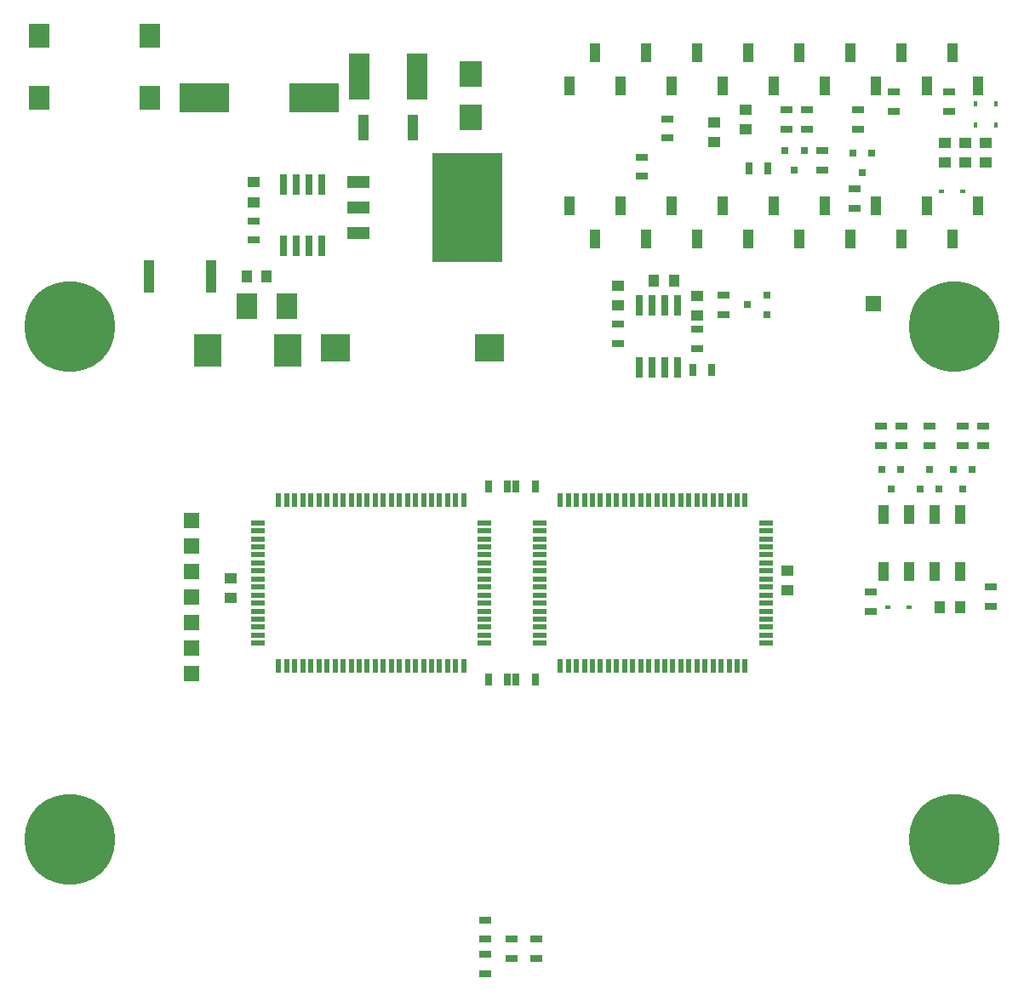
<source format=gbr>
G04 #@! TF.FileFunction,Paste,Bot*
%FSLAX46Y46*%
G04 Gerber Fmt 4.6, Leading zero omitted, Abs format (unit mm)*
G04 Created by KiCad (PCBNEW 0.201604232031+6710~44~ubuntu14.04.1-product) date Thu 12 May 2016 08:27:13 AM CEST*
%MOMM*%
%LPD*%
G01*
G04 APERTURE LIST*
%ADD10C,0.100000*%
%ADD11R,0.660400X2.032000*%
%ADD12R,1.020000X1.900000*%
%ADD13R,1.000000X3.200000*%
%ADD14R,1.000000X2.500000*%
%ADD15R,2.920000X2.790000*%
%ADD16R,2.286000X1.143000*%
%ADD17R,6.997700X10.800080*%
%ADD18R,1.000000X1.250000*%
%ADD19R,1.250000X1.000000*%
%ADD20R,2.000000X2.500000*%
%ADD21R,1.300000X0.700000*%
%ADD22R,5.000000X3.000000*%
%ADD23R,2.700000X3.200000*%
%ADD24R,1.020000X1.850000*%
%ADD25R,2.000000X2.400000*%
%ADD26R,0.450000X0.590000*%
%ADD27R,0.590000X0.450000*%
%ADD28R,0.800100X0.800100*%
%ADD29R,0.700000X1.300000*%
%ADD30R,1.501140X1.501140*%
%ADD31R,2.000000X4.600000*%
%ADD32R,2.300000X2.500000*%
%ADD33R,0.500000X1.480000*%
%ADD34R,1.480000X0.500000*%
%ADD35C,9.000000*%
G04 APERTURE END LIST*
D10*
D11*
X116507000Y-78030400D03*
X115237000Y-78030400D03*
X113967000Y-78030400D03*
X112697000Y-78030400D03*
X112697000Y-71883600D03*
X113967000Y-71883600D03*
X115237000Y-71883600D03*
X116507000Y-71883600D03*
D12*
X146320000Y-61970000D03*
X143780000Y-65270000D03*
X141240000Y-61970000D03*
X138700000Y-65270000D03*
X136160000Y-61970000D03*
X133620000Y-65270000D03*
X131080000Y-61970000D03*
X128540000Y-65270000D03*
X126000000Y-61970000D03*
X123460000Y-65270000D03*
X118380000Y-65270000D03*
X113300000Y-65270000D03*
X108220000Y-65270000D03*
X105680000Y-61970000D03*
X115840000Y-61970000D03*
X110760000Y-61970000D03*
X120920000Y-61970000D03*
X136160000Y-50030000D03*
X141240000Y-50030000D03*
X131080000Y-50030000D03*
X146320000Y-50030000D03*
X143780000Y-46730000D03*
X138700000Y-46730000D03*
X133620000Y-46730000D03*
X128540000Y-46730000D03*
X126000000Y-50030000D03*
X123460000Y-46730000D03*
X120920000Y-50030000D03*
X118380000Y-46730000D03*
X115840000Y-50030000D03*
X113300000Y-46730000D03*
X110760000Y-50030000D03*
X108220000Y-46730000D03*
X105680000Y-50030000D03*
D13*
X70074000Y-68994000D03*
X63874000Y-68994000D03*
D14*
X90125000Y-54135000D03*
X85225000Y-54135000D03*
D15*
X82409000Y-76092000D03*
X97779000Y-76092000D03*
D16*
X84760000Y-62122000D03*
D17*
X95555000Y-62122000D03*
D16*
X84760000Y-59582000D03*
X84760000Y-64662000D03*
D18*
X75594000Y-68994000D03*
X73594000Y-68994000D03*
D19*
X74340000Y-59612000D03*
X74340000Y-61612000D03*
D20*
X77610000Y-71915000D03*
X73610000Y-71915000D03*
D21*
X74340000Y-63472000D03*
X74340000Y-65372000D03*
D22*
X80354000Y-51200000D03*
X69354000Y-51200000D03*
D23*
X77655000Y-76360000D03*
X69755000Y-76360000D03*
D19*
X120104000Y-53618000D03*
X120104000Y-55618000D03*
X145082000Y-57669000D03*
X145082000Y-55669000D03*
X123238000Y-54367000D03*
X123238000Y-52367000D03*
X143050000Y-55669000D03*
X143050000Y-57669000D03*
D24*
X144574000Y-92706000D03*
X142034000Y-92706000D03*
X139494000Y-92706000D03*
X136954000Y-92706000D03*
X144574000Y-98356000D03*
X142034000Y-98356000D03*
X139494000Y-98356000D03*
X136954000Y-98356000D03*
D25*
X53000000Y-45000000D03*
X64000000Y-45000000D03*
X53000000Y-51200000D03*
X64000000Y-51200000D03*
D21*
X112954000Y-59024000D03*
X112954000Y-57124000D03*
X143472000Y-52520000D03*
X143472000Y-50620000D03*
D19*
X147114000Y-57669000D03*
X147114000Y-55669000D03*
D26*
X148130000Y-51804000D03*
X148130000Y-53914000D03*
D27*
X144867000Y-60479000D03*
X142757000Y-60479000D03*
D28*
X133886000Y-56665240D03*
X135786000Y-56665240D03*
X134836000Y-58664220D03*
X127155000Y-56411240D03*
X129055000Y-56411240D03*
X128105000Y-58410220D03*
D21*
X121082000Y-72764000D03*
X121082000Y-70864000D03*
X115494000Y-53314000D03*
X115494000Y-55214000D03*
D29*
X123558000Y-58193000D03*
X125458000Y-58193000D03*
D21*
X134074000Y-62172000D03*
X134074000Y-60272000D03*
X130899000Y-58362000D03*
X130899000Y-56462000D03*
X127302000Y-52417000D03*
X127302000Y-54317000D03*
X137970000Y-50639000D03*
X137970000Y-52539000D03*
X134414000Y-52417000D03*
X134414000Y-54317000D03*
D26*
X146098000Y-51804000D03*
X146098000Y-53914000D03*
D28*
X125384760Y-70864000D03*
X125384760Y-72764000D03*
X123385780Y-71814000D03*
D21*
X129334000Y-52417000D03*
X129334000Y-54317000D03*
D30*
X68120000Y-103405000D03*
D19*
X127432000Y-98246000D03*
X127432000Y-100246000D03*
X72060000Y-101008000D03*
X72060000Y-99008000D03*
D31*
X90575000Y-49055000D03*
X84775000Y-49055000D03*
D32*
X95930000Y-48810000D03*
X95930000Y-53110000D03*
D11*
X77267000Y-59810600D03*
X78537000Y-59810600D03*
X79807000Y-59810600D03*
X81077000Y-59810600D03*
X81077000Y-65957400D03*
X79807000Y-65957400D03*
X78537000Y-65957400D03*
X77267000Y-65957400D03*
D21*
X102410000Y-136867000D03*
X102410000Y-134967000D03*
X99997000Y-134967000D03*
X99997000Y-136867000D03*
X97330000Y-136491000D03*
X97330000Y-138391000D03*
X97330000Y-133062000D03*
X97330000Y-134962000D03*
D33*
X95200000Y-107740000D03*
X94400000Y-107740000D03*
X93600000Y-107740000D03*
X92800000Y-107740000D03*
X92000000Y-107740000D03*
X91200000Y-107740000D03*
X90400000Y-107740000D03*
X89600000Y-107740000D03*
X88800000Y-107740000D03*
X88000000Y-107740000D03*
X87200000Y-107740000D03*
X86400000Y-107740000D03*
X85600000Y-107740000D03*
X84800000Y-107740000D03*
X84000000Y-107740000D03*
X83200000Y-107740000D03*
X82400000Y-107740000D03*
X81600000Y-107740000D03*
X80800000Y-107740000D03*
X80000000Y-107740000D03*
X79200000Y-107740000D03*
X78400000Y-107740000D03*
X77600000Y-107740000D03*
X76800000Y-107740000D03*
D34*
X74760000Y-105500000D03*
X74760000Y-104700000D03*
X74760000Y-103900000D03*
X74760000Y-103100000D03*
X74760000Y-102300000D03*
X74760000Y-101500000D03*
X74760000Y-100700000D03*
X74760000Y-99900000D03*
X74760000Y-99100000D03*
X74760000Y-98300000D03*
X74760000Y-97500000D03*
X74760000Y-96700000D03*
X74760000Y-95900000D03*
X74760000Y-95100000D03*
X74760000Y-94300000D03*
X74760000Y-93500000D03*
D33*
X76800000Y-91260000D03*
X77600000Y-91260000D03*
X78400000Y-91260000D03*
X79200000Y-91260000D03*
X80000000Y-91260000D03*
X80800000Y-91260000D03*
X81600000Y-91260000D03*
X82400000Y-91260000D03*
X83200000Y-91260000D03*
X84000000Y-91260000D03*
X84800000Y-91260000D03*
X85600000Y-91260000D03*
X86400000Y-91260000D03*
X87200000Y-91260000D03*
X88000000Y-91260000D03*
X88800000Y-91260000D03*
X89600000Y-91260000D03*
X90400000Y-91260000D03*
X91200000Y-91260000D03*
X92000000Y-91260000D03*
X92800000Y-91260000D03*
X93600000Y-91260000D03*
X94400000Y-91260000D03*
X95200000Y-91260000D03*
D34*
X97240000Y-93500000D03*
X97240000Y-94300000D03*
X97240000Y-95100000D03*
X97240000Y-95900000D03*
X97240000Y-96700000D03*
X97240000Y-97500000D03*
X97240000Y-98300000D03*
X97240000Y-99100000D03*
X97240000Y-99900000D03*
X97240000Y-100700000D03*
X97240000Y-101500000D03*
X97240000Y-102300000D03*
X97240000Y-103100000D03*
X97240000Y-103900000D03*
X97240000Y-104700000D03*
X97240000Y-105500000D03*
D33*
X104800000Y-91260000D03*
X105600000Y-91260000D03*
X106400000Y-91260000D03*
X107200000Y-91260000D03*
X108000000Y-91260000D03*
X108800000Y-91260000D03*
X109600000Y-91260000D03*
X110400000Y-91260000D03*
X111200000Y-91260000D03*
X112000000Y-91260000D03*
X112800000Y-91260000D03*
X113600000Y-91260000D03*
X114400000Y-91260000D03*
X115200000Y-91260000D03*
X116000000Y-91260000D03*
X116800000Y-91260000D03*
X117600000Y-91260000D03*
X118400000Y-91260000D03*
X119200000Y-91260000D03*
X120000000Y-91260000D03*
X120800000Y-91260000D03*
X121600000Y-91260000D03*
X122400000Y-91260000D03*
X123200000Y-91260000D03*
D34*
X125240000Y-93500000D03*
X125240000Y-94300000D03*
X125240000Y-95100000D03*
X125240000Y-95900000D03*
X125240000Y-96700000D03*
X125240000Y-97500000D03*
X125240000Y-98300000D03*
X125240000Y-99100000D03*
X125240000Y-99900000D03*
X125240000Y-100700000D03*
X125240000Y-101500000D03*
X125240000Y-102300000D03*
X125240000Y-103100000D03*
X125240000Y-103900000D03*
X125240000Y-104700000D03*
X125240000Y-105500000D03*
D33*
X123200000Y-107740000D03*
X122400000Y-107740000D03*
X121600000Y-107740000D03*
X120800000Y-107740000D03*
X120000000Y-107740000D03*
X119200000Y-107740000D03*
X118400000Y-107740000D03*
X117600000Y-107740000D03*
X116800000Y-107740000D03*
X116000000Y-107740000D03*
X115200000Y-107740000D03*
X114400000Y-107740000D03*
X113600000Y-107740000D03*
X112800000Y-107740000D03*
X112000000Y-107740000D03*
X111200000Y-107740000D03*
X110400000Y-107740000D03*
X109600000Y-107740000D03*
X108800000Y-107740000D03*
X108000000Y-107740000D03*
X107200000Y-107740000D03*
X106400000Y-107740000D03*
X105600000Y-107740000D03*
X104800000Y-107740000D03*
D34*
X102760000Y-105500000D03*
X102760000Y-104700000D03*
X102760000Y-103900000D03*
X102760000Y-103100000D03*
X102760000Y-102300000D03*
X102760000Y-101500000D03*
X102760000Y-100700000D03*
X102760000Y-99900000D03*
X102760000Y-99100000D03*
X102760000Y-98300000D03*
X102760000Y-97500000D03*
X102760000Y-96700000D03*
X102760000Y-95900000D03*
X102760000Y-95100000D03*
X102760000Y-94300000D03*
X102760000Y-93500000D03*
D18*
X142558000Y-101881000D03*
X144558000Y-101881000D03*
D27*
X139533000Y-101881000D03*
X137423000Y-101881000D03*
D28*
X142476000Y-90181760D03*
X140576000Y-90181760D03*
X141526000Y-88182780D03*
X143878000Y-88180240D03*
X145778000Y-88180240D03*
X144828000Y-90179220D03*
X136766000Y-88180240D03*
X138666000Y-88180240D03*
X137716000Y-90179220D03*
D30*
X68120000Y-108485000D03*
X68120000Y-95785000D03*
X68120000Y-93245000D03*
X68120000Y-105945000D03*
X68120000Y-98325000D03*
X68120000Y-100865000D03*
X135938000Y-71655000D03*
D21*
X141526000Y-85813000D03*
X141526000Y-83913000D03*
X135684000Y-100423000D03*
X135684000Y-102323000D03*
X144828000Y-83913000D03*
X144828000Y-85813000D03*
X147622000Y-99915000D03*
X147622000Y-101815000D03*
X136700000Y-83913000D03*
X136700000Y-85813000D03*
X138732000Y-85813000D03*
X138732000Y-83913000D03*
X146860000Y-85813000D03*
X146860000Y-83913000D03*
D19*
X118412000Y-70909000D03*
X118412000Y-72909000D03*
D18*
X114110000Y-69369000D03*
X116110000Y-69369000D03*
D19*
X110538000Y-71893000D03*
X110538000Y-69893000D03*
D29*
X119870000Y-78259000D03*
X117970000Y-78259000D03*
D21*
X118412000Y-76161000D03*
X118412000Y-74261000D03*
X110538000Y-75653000D03*
X110538000Y-73753000D03*
D35*
X144000000Y-74000000D03*
X144000000Y-125000000D03*
X56000000Y-125000000D03*
X56000000Y-74000000D03*
D29*
X100420000Y-109104000D03*
X102320000Y-109104000D03*
X97670000Y-89854000D03*
X99570000Y-89854000D03*
X100420000Y-89854000D03*
X102320000Y-89854000D03*
X99570000Y-109104000D03*
X97670000Y-109104000D03*
M02*

</source>
